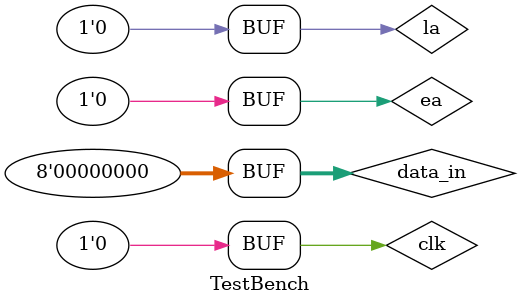
<source format=v>
`timescale 1ns / 1ps


module TestBench;

	// Inputs
	reg [7:0] data_in;
	reg la;
	reg clk;
	reg ea;

	// Outputs
	wire [7:0] toadder;
	wire [7:0] todataout;

	// Instantiate the Unit Under Test (UUT)
	accumulator uut (
		.data_in(data_in), 
		.la(la), 
		.clk(clk), 
		.ea(ea), 
		.toadder(toadder), 
		.todataout(todataout)
	);

	initial begin
		// Initialize Inputs
		data_in = 0;
		la = 0;
		clk = 0;
		ea = 0;

		// Wait 100 ns for global reset to finish
		#100;
        
		// Add stimulus here

	end
      
endmodule


</source>
